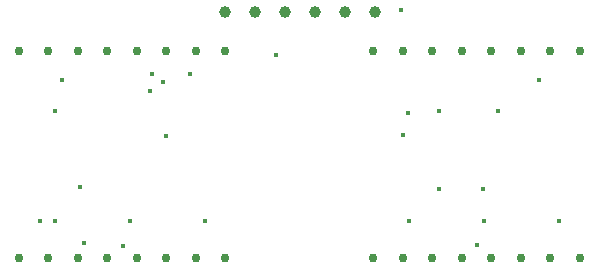
<source format=gbr>
%TF.GenerationSoftware,KiCad,Pcbnew,(6.0.9)*%
%TF.CreationDate,2023-04-12T13:33:41+10:00*%
%TF.ProjectId,VisorPlate2.0,5669736f-7250-46c6-9174-65322e302e6b,rev?*%
%TF.SameCoordinates,Original*%
%TF.FileFunction,Plated,1,2,PTH,Drill*%
%TF.FilePolarity,Positive*%
%FSLAX46Y46*%
G04 Gerber Fmt 4.6, Leading zero omitted, Abs format (unit mm)*
G04 Created by KiCad (PCBNEW (6.0.9)) date 2023-04-12 13:33:41*
%MOMM*%
%LPD*%
G01*
G04 APERTURE LIST*
%TA.AperFunction,ViaDrill*%
%ADD10C,0.400000*%
%TD*%
%TA.AperFunction,ComponentDrill*%
%ADD11C,0.762000*%
%TD*%
%TA.AperFunction,ComponentDrill*%
%ADD12C,1.000000*%
%TD*%
G04 APERTURE END LIST*
D10*
X108015000Y-75650000D03*
X109285000Y-66350000D03*
X109285000Y-75650000D03*
X109830500Y-63750000D03*
X111400000Y-72800000D03*
X111750000Y-77500000D03*
X115000000Y-77750000D03*
X115635000Y-75650000D03*
X117362701Y-64637299D03*
X117500000Y-63250000D03*
X118408556Y-63937701D03*
X118687701Y-68487701D03*
X120747700Y-63247700D03*
X121985000Y-75650000D03*
X128000000Y-61600000D03*
X138562700Y-57837300D03*
X138775200Y-68375200D03*
X139205500Y-66500000D03*
X139285000Y-75650000D03*
X141800000Y-73000000D03*
X141825000Y-66350000D03*
X145000000Y-77724500D03*
X145474500Y-73000000D03*
X145635000Y-75650000D03*
X146805500Y-66350000D03*
X150247700Y-63747700D03*
X151985000Y-75650000D03*
D11*
%TO.C,U2*%
X106210000Y-61310000D03*
X106210000Y-78810000D03*
X108710000Y-61310000D03*
X108710000Y-78810000D03*
X111210000Y-61310000D03*
X111210000Y-78810000D03*
X113710000Y-61310000D03*
X113710000Y-78810000D03*
X116210000Y-61310000D03*
X116210000Y-78810000D03*
X118710000Y-61310000D03*
X118710000Y-78810000D03*
X121210000Y-61310000D03*
X121210000Y-78810000D03*
X123710000Y-61310000D03*
X123710000Y-78810000D03*
%TO.C,U4*%
X136210000Y-61310000D03*
X136210000Y-78810000D03*
X138710000Y-61310000D03*
X138710000Y-78810000D03*
X141210000Y-61310000D03*
X141210000Y-78810000D03*
X143710000Y-61310000D03*
X143710000Y-78810000D03*
X146210000Y-61310000D03*
X146210000Y-78810000D03*
X148710000Y-61310000D03*
X148710000Y-78810000D03*
X151210000Y-61310000D03*
X151210000Y-78810000D03*
X153710000Y-61310000D03*
X153710000Y-78810000D03*
D12*
%TO.C,J1*%
X123675000Y-57975000D03*
X126215000Y-57975000D03*
X128755000Y-57975000D03*
X131295000Y-57975000D03*
X133835000Y-57975000D03*
X136375000Y-57975000D03*
M02*

</source>
